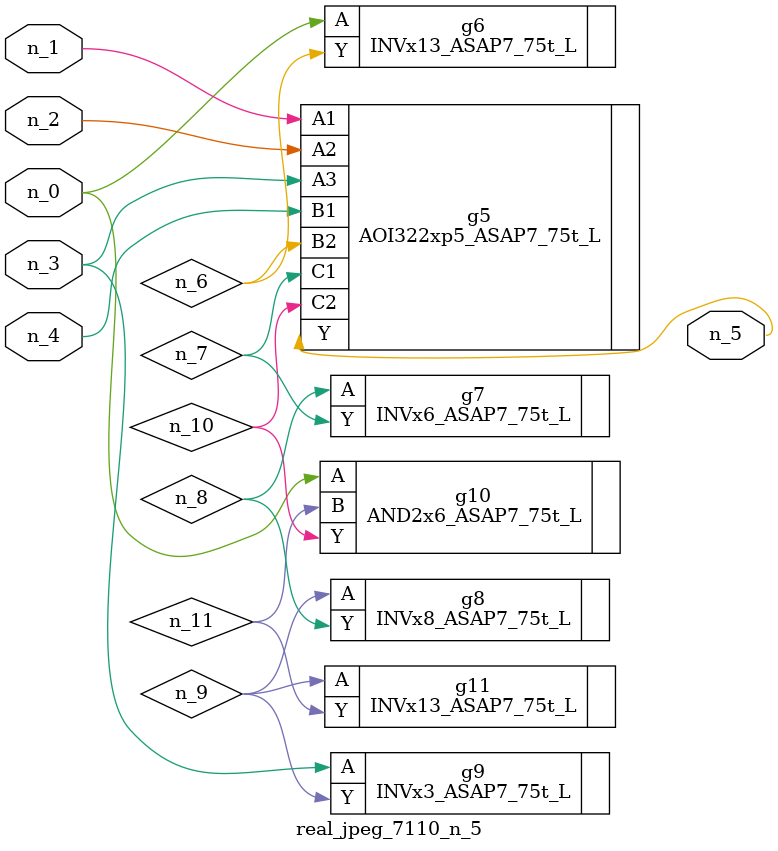
<source format=v>
module real_jpeg_7110_n_5 (n_4, n_0, n_1, n_2, n_3, n_5);

input n_4;
input n_0;
input n_1;
input n_2;
input n_3;

output n_5;

wire n_8;
wire n_11;
wire n_6;
wire n_7;
wire n_10;
wire n_9;

INVx13_ASAP7_75t_L g6 ( 
.A(n_0),
.Y(n_6)
);

AND2x6_ASAP7_75t_L g10 ( 
.A(n_0),
.B(n_11),
.Y(n_10)
);

AOI322xp5_ASAP7_75t_L g5 ( 
.A1(n_1),
.A2(n_2),
.A3(n_3),
.B1(n_4),
.B2(n_6),
.C1(n_7),
.C2(n_10),
.Y(n_5)
);

INVx3_ASAP7_75t_L g9 ( 
.A(n_3),
.Y(n_9)
);

INVx6_ASAP7_75t_L g7 ( 
.A(n_8),
.Y(n_7)
);

INVx8_ASAP7_75t_L g8 ( 
.A(n_9),
.Y(n_8)
);

INVx13_ASAP7_75t_L g11 ( 
.A(n_9),
.Y(n_11)
);


endmodule
</source>
